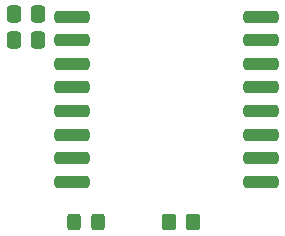
<source format=gbr>
%TF.GenerationSoftware,KiCad,Pcbnew,6.0.5-a6ca702e91~116~ubuntu20.04.1*%
%TF.CreationDate,2022-05-07T22:19:23-05:00*%
%TF.ProjectId,Ra-01SH_915MHz_shield_v001,52612d30-3153-4485-9f39-31354d487a5f,rev?*%
%TF.SameCoordinates,Original*%
%TF.FileFunction,Paste,Top*%
%TF.FilePolarity,Positive*%
%FSLAX46Y46*%
G04 Gerber Fmt 4.6, Leading zero omitted, Abs format (unit mm)*
G04 Created by KiCad (PCBNEW 6.0.5-a6ca702e91~116~ubuntu20.04.1) date 2022-05-07 22:19:23*
%MOMM*%
%LPD*%
G01*
G04 APERTURE LIST*
G04 Aperture macros list*
%AMRoundRect*
0 Rectangle with rounded corners*
0 $1 Rounding radius*
0 $2 $3 $4 $5 $6 $7 $8 $9 X,Y pos of 4 corners*
0 Add a 4 corners polygon primitive as box body*
4,1,4,$2,$3,$4,$5,$6,$7,$8,$9,$2,$3,0*
0 Add four circle primitives for the rounded corners*
1,1,$1+$1,$2,$3*
1,1,$1+$1,$4,$5*
1,1,$1+$1,$6,$7*
1,1,$1+$1,$8,$9*
0 Add four rect primitives between the rounded corners*
20,1,$1+$1,$2,$3,$4,$5,0*
20,1,$1+$1,$4,$5,$6,$7,0*
20,1,$1+$1,$6,$7,$8,$9,0*
20,1,$1+$1,$8,$9,$2,$3,0*%
G04 Aperture macros list end*
%ADD10RoundRect,0.250000X-0.337500X-0.475000X0.337500X-0.475000X0.337500X0.475000X-0.337500X0.475000X0*%
%ADD11RoundRect,0.250000X0.350000X0.450000X-0.350000X0.450000X-0.350000X-0.450000X0.350000X-0.450000X0*%
%ADD12RoundRect,0.250000X-1.250000X-0.250000X1.250000X-0.250000X1.250000X0.250000X-1.250000X0.250000X0*%
%ADD13RoundRect,0.250000X-0.325000X-0.450000X0.325000X-0.450000X0.325000X0.450000X-0.325000X0.450000X0*%
G04 APERTURE END LIST*
D10*
%TO.C,C1*%
X142662500Y-79700000D03*
X144737500Y-79700000D03*
%TD*%
%TO.C,C2*%
X142662500Y-77500000D03*
X144737500Y-77500000D03*
%TD*%
D11*
%TO.C,R1*%
X157800000Y-95100000D03*
X155800000Y-95100000D03*
%TD*%
D12*
%TO.C,U1*%
X147600000Y-77700000D03*
X147600000Y-79700000D03*
X147600000Y-81700000D03*
X147600000Y-83700000D03*
X147600000Y-85700000D03*
X147600000Y-87700000D03*
X147600000Y-89700000D03*
X147600000Y-91700000D03*
X163600000Y-91700000D03*
X163600000Y-89700000D03*
X163600000Y-87700000D03*
X163600000Y-85700000D03*
X163600000Y-83700000D03*
X163600000Y-81700000D03*
X163600000Y-79700000D03*
X163600000Y-77700000D03*
%TD*%
D13*
%TO.C,D1*%
X147775000Y-95100000D03*
X149825000Y-95100000D03*
%TD*%
M02*

</source>
